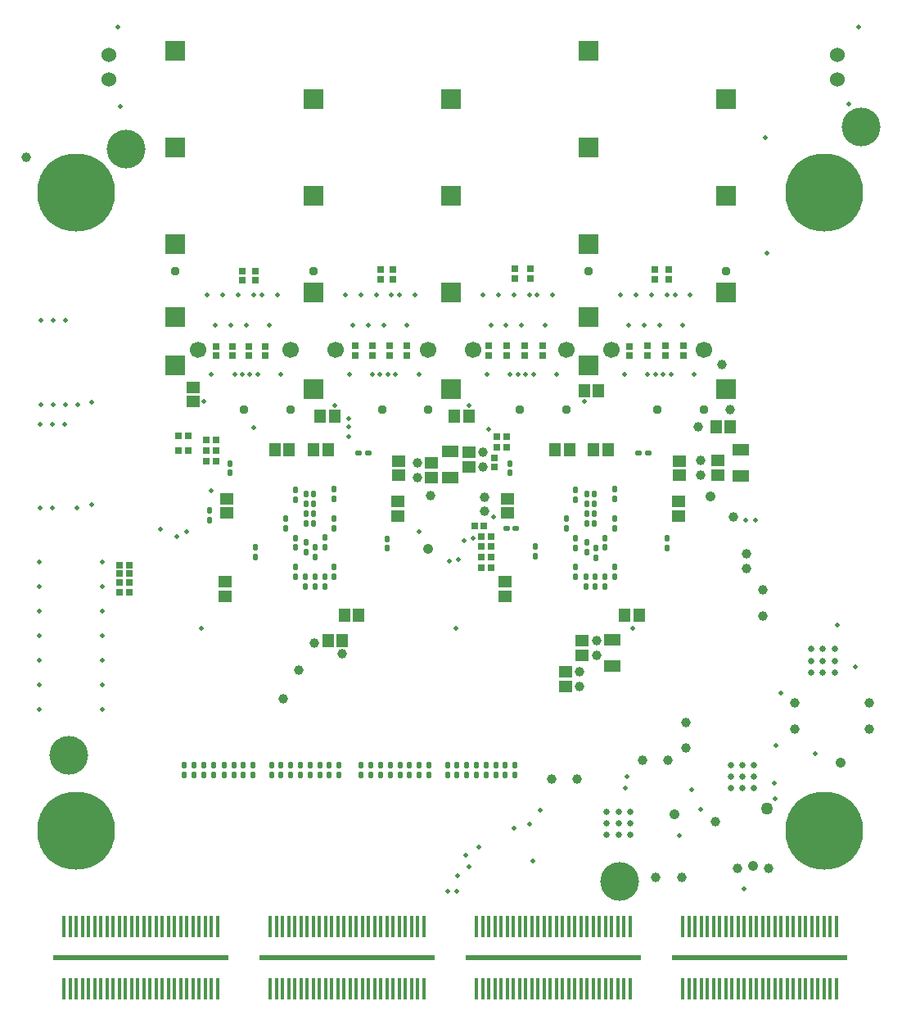
<source format=gbs>
%FSLAX25Y25*%
%MOIN*%
G70*
G01*
G75*
G04 Layer_Color=16711935*
%ADD10R,0.06693X0.04528*%
%ADD11R,0.07087X0.07087*%
G04:AMPARAMS|DCode=12|XSize=19.69mil|YSize=23.62mil|CornerRadius=4.92mil|HoleSize=0mil|Usage=FLASHONLY|Rotation=90.000|XOffset=0mil|YOffset=0mil|HoleType=Round|Shape=RoundedRectangle|*
%AMROUNDEDRECTD12*
21,1,0.01969,0.01378,0,0,90.0*
21,1,0.00984,0.02362,0,0,90.0*
1,1,0.00984,0.00689,0.00492*
1,1,0.00984,0.00689,-0.00492*
1,1,0.00984,-0.00689,-0.00492*
1,1,0.00984,-0.00689,0.00492*
%
%ADD12ROUNDEDRECTD12*%
%ADD13R,0.04528X0.06693*%
%ADD14C,0.07874*%
%ADD15R,0.02362X0.02362*%
%ADD16R,0.08661X0.05709*%
%ADD17C,0.03937*%
%ADD18C,0.01772*%
%ADD19R,0.47441X0.07874*%
%ADD20R,0.02362X0.02362*%
%ADD21R,0.02362X0.07087*%
G04:AMPARAMS|DCode=22|XSize=19.69mil|YSize=23.62mil|CornerRadius=4.92mil|HoleSize=0mil|Usage=FLASHONLY|Rotation=180.000|XOffset=0mil|YOffset=0mil|HoleType=Round|Shape=RoundedRectangle|*
%AMROUNDEDRECTD22*
21,1,0.01969,0.01378,0,0,180.0*
21,1,0.00984,0.02362,0,0,180.0*
1,1,0.00984,-0.00492,0.00689*
1,1,0.00984,0.00492,0.00689*
1,1,0.00984,0.00492,-0.00689*
1,1,0.00984,-0.00492,-0.00689*
%
%ADD22ROUNDEDRECTD22*%
%ADD23R,0.03740X0.01378*%
%ADD24R,0.01378X0.03740*%
%ADD25R,0.12992X0.12992*%
%ADD26R,0.04528X0.07087*%
%ADD27R,0.01969X0.07874*%
%ADD28R,0.14488X0.05000*%
%ADD29R,0.05512X0.03937*%
%ADD30R,0.03937X0.05512*%
%ADD31R,0.05709X0.08661*%
%ADD32R,0.12992X0.12992*%
%ADD33R,0.04331X0.10236*%
%ADD34R,0.10236X0.04331*%
%ADD35R,0.05512X0.04331*%
%ADD36R,0.04331X0.05512*%
%ADD37C,0.00500*%
%ADD38C,0.01000*%
%ADD39C,0.00800*%
%ADD40C,0.01969*%
%ADD41C,0.01500*%
%ADD42C,0.01200*%
%ADD43C,0.00600*%
%ADD44C,0.02000*%
%ADD45C,0.03740*%
%ADD46R,0.07874X0.07874*%
%ADD47C,0.31496*%
%ADD48C,0.06496*%
%ADD49C,0.05800*%
%ADD50C,0.01940*%
%ADD51C,0.05000*%
%ADD52C,0.02598*%
%ADD53C,0.04000*%
%ADD54C,0.05740*%
%ADD55C,0.06134*%
%ADD56C,0.17000*%
%ADD57C,0.06600*%
%ADD58C,0.08102*%
%ADD59C,0.08000*%
%ADD60C,0.03969*%
%ADD61C,0.03000*%
%ADD62C,0.04800*%
%ADD63C,0.00394*%
%ADD64C,0.00400*%
%ADD65C,0.03299*%
%ADD66C,0.05000*%
%ADD67R,0.01600X0.08500*%
%ADD68R,0.71000X0.02000*%
%ADD69C,0.00984*%
%ADD70C,0.02362*%
%ADD71C,0.00787*%
%ADD72R,0.09095X0.09095*%
%ADD73R,0.09095X0.09095*%
%ADD74R,0.06893X0.04728*%
%ADD75R,0.07287X0.07287*%
G04:AMPARAMS|DCode=76|XSize=21.69mil|YSize=25.62mil|CornerRadius=5.42mil|HoleSize=0mil|Usage=FLASHONLY|Rotation=90.000|XOffset=0mil|YOffset=0mil|HoleType=Round|Shape=RoundedRectangle|*
%AMROUNDEDRECTD76*
21,1,0.02169,0.01478,0,0,90.0*
21,1,0.01084,0.02562,0,0,90.0*
1,1,0.01084,0.00739,0.00542*
1,1,0.01084,0.00739,-0.00542*
1,1,0.01084,-0.00739,-0.00542*
1,1,0.01084,-0.00739,0.00542*
%
%ADD76ROUNDEDRECTD76*%
%ADD77R,0.04728X0.06893*%
%ADD78C,0.15748*%
%ADD79R,0.02562X0.02562*%
%ADD80R,0.08861X0.05909*%
%ADD81C,0.07874*%
%ADD82C,0.01972*%
%ADD83R,0.47241X0.07674*%
%ADD84R,0.02562X0.02562*%
%ADD85R,0.02562X0.07287*%
G04:AMPARAMS|DCode=86|XSize=21.69mil|YSize=25.62mil|CornerRadius=5.42mil|HoleSize=0mil|Usage=FLASHONLY|Rotation=180.000|XOffset=0mil|YOffset=0mil|HoleType=Round|Shape=RoundedRectangle|*
%AMROUNDEDRECTD86*
21,1,0.02169,0.01478,0,0,180.0*
21,1,0.01084,0.02562,0,0,180.0*
1,1,0.01084,-0.00542,0.00739*
1,1,0.01084,0.00542,0.00739*
1,1,0.01084,0.00542,-0.00739*
1,1,0.01084,-0.00542,-0.00739*
%
%ADD86ROUNDEDRECTD86*%
%ADD87R,0.03940X0.01578*%
%ADD88R,0.01578X0.03940*%
%ADD89R,0.13192X0.13192*%
%ADD90R,0.04728X0.07287*%
%ADD91R,0.02169X0.08074*%
%ADD92R,0.14688X0.05200*%
%ADD93R,0.05712X0.04137*%
%ADD94R,0.04137X0.05712*%
%ADD95R,0.05909X0.08861*%
%ADD96R,0.13192X0.13192*%
%ADD97R,0.04531X0.10436*%
%ADD98R,0.10436X0.04531*%
%ADD99R,0.05712X0.04531*%
%ADD100R,0.04531X0.05712*%
%ADD101C,0.31696*%
%ADD102C,0.00200*%
%ADD103C,0.06696*%
%ADD104C,0.06000*%
%ADD105C,0.04137*%
%ADD106R,0.01800X0.08700*%
%ADD107R,0.71200X0.02200*%
D17*
X4519Y361417D02*
D03*
X287795Y277165D02*
D03*
X297793Y194147D02*
D03*
Y200053D02*
D03*
X292446Y215200D02*
D03*
X291253Y258782D02*
D03*
X278286Y251720D02*
D03*
X279175Y238148D02*
D03*
Y232242D02*
D03*
X229889Y146347D02*
D03*
Y152253D02*
D03*
X236676Y158996D02*
D03*
X236716Y164862D02*
D03*
X169300Y223824D02*
D03*
X190972Y217447D02*
D03*
Y223353D02*
D03*
X190414Y241399D02*
D03*
Y235494D02*
D03*
X163871Y231194D02*
D03*
Y237099D02*
D03*
X133267Y159555D02*
D03*
X121791Y163758D02*
D03*
X109055Y141339D02*
D03*
X115354Y152756D02*
D03*
X304528Y185630D02*
D03*
Y175000D02*
D03*
X317323Y139567D02*
D03*
X347638D02*
D03*
Y128937D02*
D03*
X317323D02*
D03*
X306693Y72047D02*
D03*
X294094D02*
D03*
X285039Y91339D02*
D03*
X271457Y68701D02*
D03*
X260827D02*
D03*
X273000Y131500D02*
D03*
X273076Y121176D02*
D03*
X265945Y116339D02*
D03*
X255315D02*
D03*
X228740Y108661D02*
D03*
X218307Y108465D02*
D03*
D45*
X261563Y258819D02*
D03*
X280460D02*
D03*
X224358D02*
D03*
X205460D02*
D03*
X168255D02*
D03*
X149358D02*
D03*
X93256D02*
D03*
X112153D02*
D03*
X65224Y315118D02*
D03*
X121326D02*
D03*
X233531D02*
D03*
X289633Y315118D02*
D03*
D46*
X65224Y404882D02*
D03*
Y365512D02*
D03*
X65224Y326142D02*
D03*
Y296614D02*
D03*
X65224Y276929D02*
D03*
X233531Y404882D02*
D03*
Y365512D02*
D03*
X233531Y326142D02*
D03*
Y296614D02*
D03*
X233531Y276929D02*
D03*
X121326Y385197D02*
D03*
X289633Y267087D02*
D03*
X289633Y306457D02*
D03*
X289633Y345827D02*
D03*
Y385197D02*
D03*
X177429Y267087D02*
D03*
Y306457D02*
D03*
Y345827D02*
D03*
Y385197D02*
D03*
X121326Y345827D02*
D03*
X121326Y306457D02*
D03*
X121326Y267087D02*
D03*
D50*
X69685Y209055D02*
D03*
X79921Y225984D02*
D03*
X41732Y414567D02*
D03*
X97244Y251575D02*
D03*
X59055Y210236D02*
D03*
X65748Y207087D02*
D03*
X182677Y205512D02*
D03*
X42913Y382283D02*
D03*
X164567Y209055D02*
D03*
X192913Y250787D02*
D03*
X135827Y255118D02*
D03*
Y248031D02*
D03*
Y251969D02*
D03*
X194882Y215354D02*
D03*
X176772Y197244D02*
D03*
X180315Y198031D02*
D03*
X339370Y383071D02*
D03*
X343307Y414567D02*
D03*
X252901Y305571D02*
D03*
X305315Y369685D02*
D03*
X97193Y305571D02*
D03*
X94043Y293169D02*
D03*
X90893Y305571D02*
D03*
X265500D02*
D03*
X262350Y293169D02*
D03*
X259200Y305571D02*
D03*
X209397D02*
D03*
X206248Y293169D02*
D03*
X203098Y305571D02*
D03*
X153295D02*
D03*
X150145Y293169D02*
D03*
X146996Y305571D02*
D03*
X186614Y206693D02*
D03*
X76772Y262134D02*
D03*
X130118Y260394D02*
D03*
X184842Y260394D02*
D03*
X231693Y262362D02*
D03*
X306299Y322505D02*
D03*
X87744Y293169D02*
D03*
X84594Y305571D02*
D03*
X81445Y293169D02*
D03*
X78295Y305571D02*
D03*
X100342D02*
D03*
X103492Y293169D02*
D03*
X106641Y305571D02*
D03*
X248177Y273287D02*
D03*
X257626D02*
D03*
X260775D02*
D03*
X263925D02*
D03*
X267074D02*
D03*
X276523D02*
D03*
X79870D02*
D03*
X89319D02*
D03*
X92468D02*
D03*
X95618D02*
D03*
X98767D02*
D03*
X108216D02*
D03*
X274948Y305571D02*
D03*
X271799Y293169D02*
D03*
X268649Y305571D02*
D03*
X246602D02*
D03*
X249752Y293169D02*
D03*
X256051D02*
D03*
X162744Y305571D02*
D03*
X159594Y293169D02*
D03*
X156445Y305571D02*
D03*
X134397D02*
D03*
X137547Y293169D02*
D03*
X140697Y305571D02*
D03*
X143846Y293169D02*
D03*
X199948D02*
D03*
X196799Y305571D02*
D03*
X193649Y293169D02*
D03*
X190500Y305571D02*
D03*
X212547D02*
D03*
X215697Y293169D02*
D03*
X218846Y305571D02*
D03*
X220421Y273287D02*
D03*
X210972D02*
D03*
X207822D02*
D03*
X204673D02*
D03*
X201523D02*
D03*
X192074D02*
D03*
X164319D02*
D03*
X154870D02*
D03*
X151720D02*
D03*
X148571D02*
D03*
X145421D02*
D03*
X135972D02*
D03*
X180206Y69096D02*
D03*
X203150Y88709D02*
D03*
X188868Y80939D02*
D03*
X210941Y75197D02*
D03*
X179921Y62894D02*
D03*
X175984D02*
D03*
X275590Y104331D02*
D03*
X31102Y220098D02*
D03*
Y261831D02*
D03*
X10610Y260846D02*
D03*
X15610D02*
D03*
X20610D02*
D03*
X25610D02*
D03*
X10610Y295059D02*
D03*
X15610D02*
D03*
X20610D02*
D03*
X20216Y252933D02*
D03*
X15216D02*
D03*
X10216D02*
D03*
X25216Y218721D02*
D03*
X15216D02*
D03*
X10216D02*
D03*
X35433Y196968D02*
D03*
Y186969D02*
D03*
Y176969D02*
D03*
Y166969D02*
D03*
Y156968D02*
D03*
Y146968D02*
D03*
Y136969D02*
D03*
X9843D02*
D03*
Y146968D02*
D03*
Y156968D02*
D03*
Y166969D02*
D03*
Y176969D02*
D03*
Y186969D02*
D03*
Y196968D02*
D03*
X297441Y213976D02*
D03*
X301575D02*
D03*
X325689Y118898D02*
D03*
X296949Y63779D02*
D03*
X311811Y143602D02*
D03*
X342174Y154144D02*
D03*
X334646Y171260D02*
D03*
X309300Y106900D02*
D03*
X309400Y100600D02*
D03*
X309900Y122200D02*
D03*
X249213Y109449D02*
D03*
X248425Y104724D02*
D03*
X270472Y85433D02*
D03*
X279134Y96063D02*
D03*
X75800Y169800D02*
D03*
X179500Y169900D02*
D03*
X251400Y169800D02*
D03*
X184900Y72800D02*
D03*
X183600Y77500D02*
D03*
X209400Y90100D02*
D03*
X213700Y95900D02*
D03*
D51*
X306299Y96457D02*
D03*
D52*
X324213Y161417D02*
D03*
X328937D02*
D03*
X333661D02*
D03*
X324213Y156693D02*
D03*
X328937D02*
D03*
X333661D02*
D03*
X324213Y151969D02*
D03*
X328937D02*
D03*
X333661D02*
D03*
X240945Y85827D02*
D03*
Y90551D02*
D03*
Y95276D02*
D03*
X245669Y85827D02*
D03*
Y90551D02*
D03*
Y95276D02*
D03*
X250394Y85827D02*
D03*
Y90551D02*
D03*
Y95276D02*
D03*
X291339Y114173D02*
D03*
X296063D02*
D03*
X300787D02*
D03*
X291339Y109449D02*
D03*
X296063D02*
D03*
X300787D02*
D03*
X291339Y104724D02*
D03*
X296063D02*
D03*
X300787D02*
D03*
D74*
X295636Y231882D02*
D03*
Y242709D02*
D03*
X242987Y165262D02*
D03*
Y154435D02*
D03*
X177139Y231160D02*
D03*
Y241987D02*
D03*
D76*
X200000Y210630D02*
D03*
X203937D02*
D03*
X253937Y241323D02*
D03*
X257874D02*
D03*
X139764D02*
D03*
X143701D02*
D03*
D78*
X344488Y374016D02*
D03*
X246063Y66929D02*
D03*
X21654Y118110D02*
D03*
X45276Y364961D02*
D03*
D79*
X195276Y235433D02*
D03*
Y239370D02*
D03*
X92520Y311417D02*
D03*
Y315354D02*
D03*
X97638Y311417D02*
D03*
Y315354D02*
D03*
X148819Y311811D02*
D03*
Y315748D02*
D03*
X153937Y311811D02*
D03*
Y315748D02*
D03*
X266142Y311811D02*
D03*
Y315748D02*
D03*
X260630Y311811D02*
D03*
Y315748D02*
D03*
X203543Y312205D02*
D03*
Y316142D02*
D03*
X209842Y312205D02*
D03*
Y316142D02*
D03*
X264765Y280866D02*
D03*
Y284803D02*
D03*
X207574Y280866D02*
D03*
Y284803D02*
D03*
X152466Y280866D02*
D03*
Y284803D02*
D03*
X95279Y280759D02*
D03*
Y284696D02*
D03*
X101969D02*
D03*
Y280759D02*
D03*
X257482Y280866D02*
D03*
Y284803D02*
D03*
X192800Y280866D02*
D03*
Y284803D02*
D03*
X250200Y280759D02*
D03*
Y284696D02*
D03*
X214961Y284803D02*
D03*
Y280866D02*
D03*
X272047Y284803D02*
D03*
Y280866D02*
D03*
X88590Y280759D02*
D03*
Y284696D02*
D03*
X138500Y280866D02*
D03*
Y284803D02*
D03*
X81900Y280759D02*
D03*
Y284696D02*
D03*
X159449Y284803D02*
D03*
Y280866D02*
D03*
X200187Y280866D02*
D03*
Y284803D02*
D03*
X145483Y280866D02*
D03*
Y284803D02*
D03*
D84*
X81890Y246457D02*
D03*
X77953D02*
D03*
X81890Y242126D02*
D03*
X77953D02*
D03*
X81890Y237795D02*
D03*
X77953D02*
D03*
X46457Y195669D02*
D03*
X42520D02*
D03*
X46457Y192126D02*
D03*
X42520D02*
D03*
X46457Y188583D02*
D03*
X42520D02*
D03*
X46457Y184646D02*
D03*
X42520D02*
D03*
X200000Y248031D02*
D03*
X196063D02*
D03*
X200000Y243701D02*
D03*
X196063D02*
D03*
X193701Y207087D02*
D03*
X189764D02*
D03*
X193701Y194488D02*
D03*
X189764D02*
D03*
X193701Y198819D02*
D03*
X189764D02*
D03*
X193701Y203150D02*
D03*
X189764D02*
D03*
X187008Y211417D02*
D03*
X190945D02*
D03*
X70473Y248306D02*
D03*
X66535D02*
D03*
X66535Y242350D02*
D03*
X70472D02*
D03*
D86*
X199600Y114300D02*
D03*
Y110363D02*
D03*
X203543Y114173D02*
D03*
Y110236D02*
D03*
X87386Y237008D02*
D03*
Y233071D02*
D03*
X114100Y226269D02*
D03*
Y222332D02*
D03*
X118600Y224468D02*
D03*
Y220532D02*
D03*
X121600Y224468D02*
D03*
Y220532D02*
D03*
X129900Y226468D02*
D03*
Y222532D02*
D03*
X118400Y212531D02*
D03*
Y216469D02*
D03*
X110200Y210631D02*
D03*
Y214568D02*
D03*
X114100Y202731D02*
D03*
Y206668D02*
D03*
X118500Y200832D02*
D03*
Y204768D02*
D03*
X121600Y212531D02*
D03*
Y216469D02*
D03*
X151484Y206368D02*
D03*
Y202432D02*
D03*
X129900Y210631D02*
D03*
Y214568D02*
D03*
X126032Y202803D02*
D03*
Y206740D02*
D03*
X122000Y202803D02*
D03*
Y198866D02*
D03*
X114160Y190931D02*
D03*
Y194869D02*
D03*
X129900Y190931D02*
D03*
Y194869D02*
D03*
X126008Y187031D02*
D03*
Y190969D02*
D03*
X118300Y186932D02*
D03*
Y190868D02*
D03*
X122000Y186932D02*
D03*
Y190868D02*
D03*
X201575Y237008D02*
D03*
Y233071D02*
D03*
X211811Y199213D02*
D03*
Y203150D02*
D03*
X228273Y226269D02*
D03*
Y222332D02*
D03*
X232873Y224468D02*
D03*
Y220532D02*
D03*
X235873Y224468D02*
D03*
Y220532D02*
D03*
X244073Y226468D02*
D03*
Y222532D02*
D03*
X244073Y210631D02*
D03*
Y214568D02*
D03*
X235773Y212531D02*
D03*
Y216469D02*
D03*
X232773Y212531D02*
D03*
Y216469D02*
D03*
X224373Y210631D02*
D03*
Y214568D02*
D03*
X228300Y202663D02*
D03*
Y206600D02*
D03*
X232773Y200832D02*
D03*
Y204768D02*
D03*
X240133Y202731D02*
D03*
Y206668D02*
D03*
X236433Y202432D02*
D03*
Y198495D02*
D03*
X228300Y190931D02*
D03*
Y194869D02*
D03*
X244073Y190931D02*
D03*
Y194869D02*
D03*
X240173Y187031D02*
D03*
Y190969D02*
D03*
X236173Y186932D02*
D03*
Y190868D02*
D03*
X232473Y186932D02*
D03*
Y190868D02*
D03*
X265400Y206437D02*
D03*
Y202500D02*
D03*
X97727Y199032D02*
D03*
Y202969D02*
D03*
X79038Y217913D02*
D03*
Y213976D02*
D03*
X68898Y110236D02*
D03*
Y114173D02*
D03*
X72835Y110236D02*
D03*
Y114173D02*
D03*
X76772Y110236D02*
D03*
Y114173D02*
D03*
X80709Y110236D02*
D03*
Y114173D02*
D03*
X85039Y110236D02*
D03*
Y114173D02*
D03*
X88976Y110236D02*
D03*
Y114173D02*
D03*
X92913Y110236D02*
D03*
Y114173D02*
D03*
X96850Y110236D02*
D03*
Y114173D02*
D03*
X104331Y110236D02*
D03*
Y114173D02*
D03*
X108268Y110236D02*
D03*
Y114173D02*
D03*
X112205Y110236D02*
D03*
Y114173D02*
D03*
X116142Y110236D02*
D03*
Y114173D02*
D03*
X120079Y110236D02*
D03*
Y114173D02*
D03*
X124016Y110236D02*
D03*
Y114173D02*
D03*
X127953Y110236D02*
D03*
Y114173D02*
D03*
X131890Y110236D02*
D03*
Y114173D02*
D03*
X140945Y110236D02*
D03*
Y114173D02*
D03*
X144882Y110236D02*
D03*
Y114173D02*
D03*
X148819Y110236D02*
D03*
Y114173D02*
D03*
X152756Y110236D02*
D03*
Y114173D02*
D03*
X156693Y110236D02*
D03*
Y114173D02*
D03*
X160630Y110236D02*
D03*
Y114173D02*
D03*
X164567Y110236D02*
D03*
Y114173D02*
D03*
X168504Y110236D02*
D03*
Y114173D02*
D03*
X175984Y110236D02*
D03*
Y114173D02*
D03*
X179921Y110236D02*
D03*
Y114173D02*
D03*
X183858Y110236D02*
D03*
Y114173D02*
D03*
X187795Y110236D02*
D03*
Y114173D02*
D03*
X191732Y110236D02*
D03*
Y114173D02*
D03*
X195669Y110236D02*
D03*
Y114173D02*
D03*
D99*
X184942Y241399D02*
D03*
Y235494D02*
D03*
X169343Y231194D02*
D03*
Y237099D02*
D03*
X224100Y152253D02*
D03*
Y146347D02*
D03*
X230887Y164902D02*
D03*
Y158996D02*
D03*
X85433Y182874D02*
D03*
Y188779D02*
D03*
X156299Y237992D02*
D03*
Y232087D02*
D03*
X86221Y216732D02*
D03*
Y222638D02*
D03*
X155905Y215551D02*
D03*
Y221457D02*
D03*
X72441Y262134D02*
D03*
Y268039D02*
D03*
X286236Y232242D02*
D03*
Y238148D02*
D03*
X199606Y182874D02*
D03*
Y188779D02*
D03*
X270472Y237992D02*
D03*
Y232087D02*
D03*
X200394Y216732D02*
D03*
Y222638D02*
D03*
X270079Y215551D02*
D03*
Y221457D02*
D03*
D100*
X127370Y165000D02*
D03*
X133276D02*
D03*
X139961Y175197D02*
D03*
X134055D02*
D03*
X121457Y242520D02*
D03*
X127362D02*
D03*
X105709D02*
D03*
X111614D02*
D03*
X184843Y256063D02*
D03*
X178937D02*
D03*
X237598Y266693D02*
D03*
X231693D02*
D03*
X130118Y256063D02*
D03*
X124213D02*
D03*
X291253Y251720D02*
D03*
X285347D02*
D03*
X254134Y175197D02*
D03*
X248228D02*
D03*
X235630Y242520D02*
D03*
X241535D02*
D03*
X219882D02*
D03*
X225787D02*
D03*
D101*
X24829Y347150D02*
D03*
X329514D02*
D03*
X24829Y87450D02*
D03*
X329514D02*
D03*
D102*
X343600Y27900D02*
D03*
X10600D02*
D03*
D103*
X130460Y283228D02*
D03*
X168255D02*
D03*
X74358D02*
D03*
X112153D02*
D03*
X242665D02*
D03*
X280460D02*
D03*
X186563D02*
D03*
X224358D02*
D03*
D104*
X38189Y403071D02*
D03*
Y393071D02*
D03*
X334646Y403071D02*
D03*
Y393071D02*
D03*
D105*
X336221Y115354D02*
D03*
X300394Y73228D02*
D03*
X168300Y202100D02*
D03*
X283071Y223622D02*
D03*
X268504Y94095D02*
D03*
D106*
X22429Y23150D02*
D03*
X24929D02*
D03*
X29929D02*
D03*
X32429D02*
D03*
X37429D02*
D03*
X39929D02*
D03*
X44929D02*
D03*
X47429D02*
D03*
X54929D02*
D03*
X57429D02*
D03*
X62429D02*
D03*
X64929D02*
D03*
X69929D02*
D03*
X72429D02*
D03*
X77429D02*
D03*
X79929D02*
D03*
X22429Y48650D02*
D03*
X24929D02*
D03*
X29929D02*
D03*
X32429D02*
D03*
X37429D02*
D03*
X39929D02*
D03*
X44929D02*
D03*
X47429D02*
D03*
X54929D02*
D03*
X57429D02*
D03*
X62429D02*
D03*
X64929D02*
D03*
X69929D02*
D03*
X72429D02*
D03*
X77429D02*
D03*
X79929D02*
D03*
X106429Y23150D02*
D03*
X108929D02*
D03*
X113929D02*
D03*
X116429D02*
D03*
X121429D02*
D03*
X123929D02*
D03*
X128929D02*
D03*
X131429D02*
D03*
X138929D02*
D03*
X141429D02*
D03*
X146429D02*
D03*
X148929D02*
D03*
X153929D02*
D03*
X156429D02*
D03*
X161429D02*
D03*
X163929D02*
D03*
X106429Y48650D02*
D03*
X108929D02*
D03*
X113929D02*
D03*
X116429D02*
D03*
X121429D02*
D03*
X123929D02*
D03*
X128929D02*
D03*
X131429D02*
D03*
X138929D02*
D03*
X141429D02*
D03*
X146429D02*
D03*
X148929D02*
D03*
X153929D02*
D03*
X156429D02*
D03*
X161429D02*
D03*
X163929D02*
D03*
X190429Y23150D02*
D03*
X192929D02*
D03*
X197929D02*
D03*
X200429D02*
D03*
X205429D02*
D03*
X207929D02*
D03*
X212929D02*
D03*
X215429D02*
D03*
X222929D02*
D03*
X225429D02*
D03*
X230429D02*
D03*
X232929D02*
D03*
X237929D02*
D03*
X245429D02*
D03*
X247929D02*
D03*
X190429Y48650D02*
D03*
X192929D02*
D03*
X197929D02*
D03*
X205429D02*
D03*
X212929D02*
D03*
X215429D02*
D03*
X222929D02*
D03*
X225429D02*
D03*
X230429D02*
D03*
X232929D02*
D03*
X237929D02*
D03*
X240429D02*
D03*
X245429D02*
D03*
X247929D02*
D03*
X274429Y23150D02*
D03*
X276929D02*
D03*
X281929D02*
D03*
X284429D02*
D03*
X289429D02*
D03*
X291929D02*
D03*
X296929D02*
D03*
X299429D02*
D03*
X306929D02*
D03*
X309429D02*
D03*
X314429D02*
D03*
X316929D02*
D03*
X321929D02*
D03*
X324429D02*
D03*
X329429D02*
D03*
X331929D02*
D03*
X274429Y48650D02*
D03*
X276929D02*
D03*
X281929D02*
D03*
X284429D02*
D03*
X289429D02*
D03*
X291929D02*
D03*
X296929D02*
D03*
X299429D02*
D03*
X306929D02*
D03*
X309429D02*
D03*
X314429D02*
D03*
X316929D02*
D03*
X321929D02*
D03*
X324429D02*
D03*
X329429D02*
D03*
X331929D02*
D03*
X82429D02*
D03*
X74929D02*
D03*
X67429D02*
D03*
X59929D02*
D03*
X52429D02*
D03*
X49929D02*
D03*
X42429D02*
D03*
X34929D02*
D03*
X27429D02*
D03*
X19929D02*
D03*
X103929D02*
D03*
X111429D02*
D03*
X118929D02*
D03*
X126429D02*
D03*
X133929D02*
D03*
X136429D02*
D03*
X143929D02*
D03*
X151429D02*
D03*
X158929D02*
D03*
X166429D02*
D03*
Y23150D02*
D03*
X158929D02*
D03*
X151429D02*
D03*
X143929D02*
D03*
X136429D02*
D03*
X133929D02*
D03*
X126429D02*
D03*
X118929D02*
D03*
X111429D02*
D03*
X103929D02*
D03*
X19929D02*
D03*
X27429D02*
D03*
X34929D02*
D03*
X42429D02*
D03*
X49929D02*
D03*
X52429D02*
D03*
X59929D02*
D03*
X67429D02*
D03*
X74929D02*
D03*
X82429D02*
D03*
X187929Y48650D02*
D03*
X195429D02*
D03*
X202929D02*
D03*
X210429D02*
D03*
X217929D02*
D03*
X220429D02*
D03*
X227929D02*
D03*
X235429D02*
D03*
X242929D02*
D03*
X250429D02*
D03*
X187929Y23150D02*
D03*
X195429D02*
D03*
X202929D02*
D03*
X210429D02*
D03*
X217929D02*
D03*
X220429D02*
D03*
X227929D02*
D03*
X235429D02*
D03*
X242929D02*
D03*
X250429D02*
D03*
X334429D02*
D03*
X326929D02*
D03*
X319429D02*
D03*
X311929D02*
D03*
X304429D02*
D03*
X301929D02*
D03*
X294429D02*
D03*
X286929D02*
D03*
X279429D02*
D03*
X271929D02*
D03*
X334429Y48650D02*
D03*
X326929D02*
D03*
X319429D02*
D03*
X311929D02*
D03*
X304429D02*
D03*
X301929D02*
D03*
X294429D02*
D03*
X286929D02*
D03*
X279429D02*
D03*
X271929D02*
D03*
X240429Y23150D02*
D03*
X207929Y48650D02*
D03*
X200429D02*
D03*
D107*
X303100Y35900D02*
D03*
X219100D02*
D03*
X135100D02*
D03*
X51100D02*
D03*
M02*

</source>
